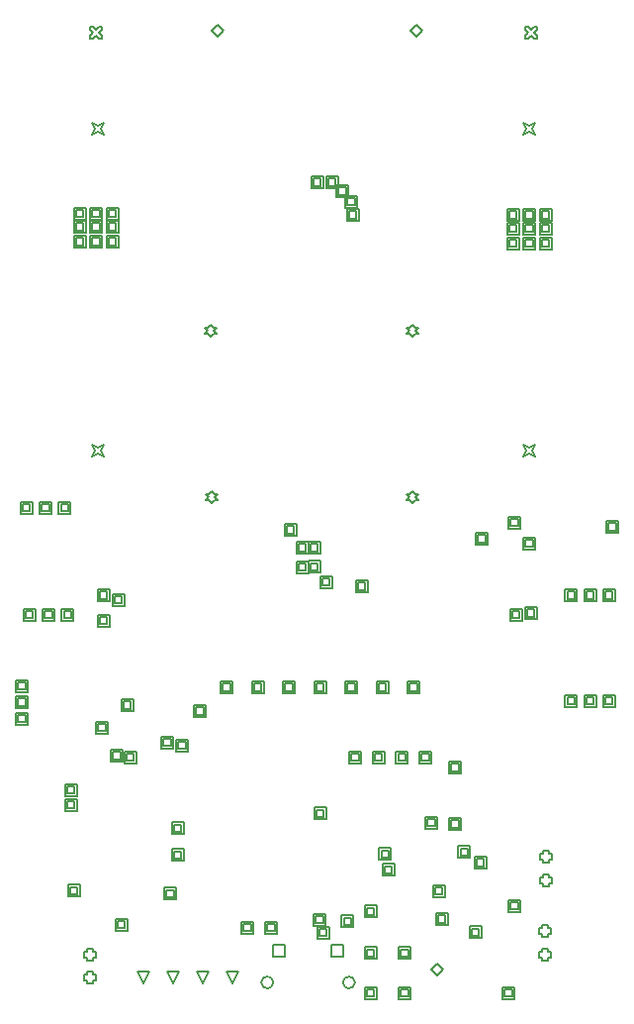
<source format=gbr>
G04*
G04 #@! TF.GenerationSoftware,Altium Limited,Altium Designer,24.6.1 (21)*
G04*
G04 Layer_Color=2752767*
%FSLAX25Y25*%
%MOIN*%
G70*
G04*
G04 #@! TF.SameCoordinates,3E969972-8C0A-4DBC-9D31-E8772DB7AAD8*
G04*
G04*
G04 #@! TF.FilePolarity,Positive*
G04*
G01*
G75*
%ADD65C,0.00500*%
%ADD66C,0.00667*%
D65*
X359343Y203161D02*
Y207161D01*
X363342D01*
Y203161D01*
X359343D01*
X339657Y203161D02*
Y207161D01*
X343657D01*
Y203161D01*
X339657D01*
X277000Y203000D02*
Y202000D01*
X279000D01*
Y203000D01*
X280000D01*
Y205000D01*
X279000D01*
Y206000D01*
X277000D01*
Y205000D01*
X276000D01*
Y203000D01*
X277000D01*
Y195126D02*
Y194126D01*
X279000D01*
Y195126D01*
X280000D01*
Y197126D01*
X279000D01*
Y198126D01*
X277000D01*
Y197126D01*
X276000D01*
Y195126D01*
X277000D01*
X316000Y194346D02*
X314000Y198346D01*
X318000D01*
X316000Y194346D01*
X326000D02*
X324000Y198346D01*
X328000D01*
X326000Y194346D01*
X306000D02*
X304000Y198346D01*
X308000D01*
X306000Y194346D01*
X296000D02*
X294000Y198346D01*
X298000D01*
X296000Y194346D01*
X393000Y198846D02*
X395000Y200847D01*
X397000Y198846D01*
X395000Y196846D01*
X393000Y198846D01*
X386000Y514847D02*
X388000Y516847D01*
X390000Y514847D01*
X388000Y512847D01*
X386000Y514847D01*
X319000D02*
X321000Y516847D01*
X323000Y514847D01*
X321000Y512847D01*
X319000Y514847D01*
X424500Y512347D02*
X425500D01*
X426500Y513346D01*
X427500Y512347D01*
X428500D01*
Y513346D01*
X427500Y514347D01*
X428500Y515346D01*
Y516347D01*
X427500D01*
X426500Y515346D01*
X425500Y516347D01*
X424500D01*
Y515346D01*
X425500Y514347D01*
X424500Y513346D01*
Y512347D01*
X278000D02*
X279000D01*
X280000Y513346D01*
X281000Y512347D01*
X282000D01*
Y513346D01*
X281000Y514347D01*
X282000Y515346D01*
Y516347D01*
X281000D01*
X280000Y515346D01*
X279000Y516347D01*
X278000D01*
Y515346D01*
X279000Y514347D01*
X278000Y513346D01*
Y512347D01*
X430354Y210784D02*
Y209784D01*
X432354D01*
Y210784D01*
X433354D01*
Y212784D01*
X432354D01*
Y213784D01*
X430354D01*
Y212784D01*
X429354D01*
Y210784D01*
X430354D01*
Y202909D02*
Y201909D01*
X432354D01*
Y202909D01*
X433354D01*
Y204909D01*
X432354D01*
Y205909D01*
X430354D01*
Y204909D01*
X429354D01*
Y202909D01*
X430354D01*
X430500Y235846D02*
Y234846D01*
X432500D01*
Y235846D01*
X433500D01*
Y237846D01*
X432500D01*
Y238846D01*
X430500D01*
Y237846D01*
X429500D01*
Y235846D01*
X430500D01*
Y227972D02*
Y226972D01*
X432500D01*
Y227972D01*
X433500D01*
Y229972D01*
X432500D01*
Y230972D01*
X430500D01*
Y229972D01*
X429500D01*
Y227972D01*
X430500D01*
X424011Y479812D02*
X425011Y481812D01*
X424011Y483812D01*
X426011Y482812D01*
X428011Y483812D01*
X427011Y481812D01*
X428011Y479812D01*
X426011Y480812D01*
X424011Y479812D01*
Y371544D02*
X425011Y373544D01*
X424011Y375544D01*
X426011Y374544D01*
X428011Y375544D01*
X427011Y373544D01*
X428011Y371544D01*
X426011Y372544D01*
X424011Y371544D01*
X278711Y479812D02*
X279711Y481812D01*
X278711Y483812D01*
X280711Y482812D01*
X282711Y483812D01*
X281711Y481812D01*
X282711Y479812D01*
X280711Y480812D01*
X278711Y479812D01*
X278711Y371544D02*
X279711Y373544D01*
X278711Y375544D01*
X280711Y374544D01*
X282711Y375544D01*
X281711Y373544D01*
X282711Y371544D01*
X280711Y372544D01*
X278711Y371544D01*
X386500Y355847D02*
X387500Y356846D01*
X388500D01*
X387500Y357846D01*
X388500Y358846D01*
X387500D01*
X386500Y359846D01*
X385500Y358846D01*
X384500D01*
X385500Y357846D01*
X384500Y356846D01*
X385500D01*
X386500Y355847D01*
X319000D02*
X320000Y356846D01*
X321000D01*
X320000Y357846D01*
X321000Y358846D01*
X320000D01*
X319000Y359846D01*
X318000Y358846D01*
X317000D01*
X318000Y357846D01*
X317000Y356846D01*
X318000D01*
X319000Y355847D01*
X386500Y411846D02*
X387500Y412847D01*
X388500D01*
X387500Y413846D01*
X388500Y414847D01*
X387500D01*
X386500Y415846D01*
X385500Y414847D01*
X384500D01*
X385500Y413846D01*
X384500Y412847D01*
X385500D01*
X386500Y411846D01*
X318500D02*
X319500Y412847D01*
X320500D01*
X319500Y413846D01*
X320500Y414847D01*
X319500D01*
X318500Y415846D01*
X317500Y414847D01*
X316500D01*
X317500Y413846D01*
X316500Y412847D01*
X317500D01*
X318500Y411846D01*
X382000Y202500D02*
Y206500D01*
X386000D01*
Y202500D01*
X382000D01*
X382800Y203300D02*
Y205700D01*
X385200D01*
Y203300D01*
X382800D01*
X370500Y216500D02*
Y220500D01*
X374500D01*
Y216500D01*
X370500D01*
X371300Y217300D02*
Y219700D01*
X373700D01*
Y217300D01*
X371300D01*
X362782Y213151D02*
Y217151D01*
X366782D01*
Y213151D01*
X362782D01*
X363582Y213951D02*
Y216351D01*
X365982D01*
Y213951D01*
X363582D01*
X353500Y249500D02*
Y253500D01*
X357500D01*
Y249500D01*
X353500D01*
X354300Y250300D02*
Y252700D01*
X356700D01*
Y250300D01*
X354300D01*
X353336Y213664D02*
Y217664D01*
X357336D01*
Y213664D01*
X353336D01*
X354136Y214464D02*
Y216864D01*
X356536D01*
Y214464D01*
X354136D01*
X354500Y209347D02*
Y213347D01*
X358500D01*
Y209347D01*
X354500D01*
X355300Y210146D02*
Y212546D01*
X357700D01*
Y210146D01*
X355300D01*
X303000Y222500D02*
Y226500D01*
X307000D01*
Y222500D01*
X303000D01*
X303800Y223300D02*
Y225700D01*
X306200D01*
Y223300D01*
X303800D01*
X375396Y235831D02*
Y239831D01*
X379396D01*
Y235831D01*
X375396D01*
X376196Y236631D02*
Y239031D01*
X378596D01*
Y236631D01*
X376196D01*
X370500Y202500D02*
Y206500D01*
X374500D01*
Y202500D01*
X370500D01*
X371300Y203300D02*
Y205700D01*
X373700D01*
Y203300D01*
X371300D01*
X376500Y230500D02*
Y234500D01*
X380500D01*
Y230500D01*
X376500D01*
X377300Y231300D02*
Y233700D01*
X379700D01*
Y231300D01*
X377300D01*
X382000Y189000D02*
Y193000D01*
X386000D01*
Y189000D01*
X382000D01*
X382800Y189800D02*
Y192200D01*
X385200D01*
Y189800D01*
X382800D01*
X370500Y189000D02*
Y193000D01*
X374500D01*
Y189000D01*
X370500D01*
X371300Y189800D02*
Y192200D01*
X373700D01*
Y189800D01*
X371300D01*
X270500Y223500D02*
Y227500D01*
X274500D01*
Y223500D01*
X270500D01*
X271300Y224300D02*
Y226700D01*
X273700D01*
Y224300D01*
X271300D01*
X286500Y212000D02*
Y216000D01*
X290500D01*
Y212000D01*
X286500D01*
X287300Y212800D02*
Y215200D01*
X289700D01*
Y212800D01*
X287300D01*
X305500Y235500D02*
Y239500D01*
X309500D01*
Y235500D01*
X305500D01*
X306300Y236300D02*
Y238700D01*
X308700D01*
Y236300D01*
X306300D01*
X305500Y244500D02*
Y248500D01*
X309500D01*
Y244500D01*
X305500D01*
X306300Y245300D02*
Y247700D01*
X308700D01*
Y245300D01*
X306300D01*
X337000Y211000D02*
Y215000D01*
X341000D01*
Y211000D01*
X337000D01*
X337800Y211800D02*
Y214200D01*
X340200D01*
Y211800D01*
X337800D01*
X329000Y211000D02*
Y215000D01*
X333000D01*
Y211000D01*
X329000D01*
X329800Y211800D02*
Y214200D01*
X332200D01*
Y211800D01*
X329800D01*
X417000Y189000D02*
Y193000D01*
X421000D01*
Y189000D01*
X417000D01*
X417800Y189800D02*
Y192200D01*
X420200D01*
Y189800D01*
X417800D01*
X405923Y209423D02*
Y213423D01*
X409923D01*
Y209423D01*
X405923D01*
X406723Y210223D02*
Y212623D01*
X409123D01*
Y210223D01*
X406723D01*
X285000Y268847D02*
Y272847D01*
X289000D01*
Y268847D01*
X285000D01*
X285800Y269647D02*
Y272046D01*
X288200D01*
Y269647D01*
X285800D01*
X394500Y213846D02*
Y217846D01*
X398500D01*
Y213846D01*
X394500D01*
X395300Y214647D02*
Y217046D01*
X397700D01*
Y214647D01*
X395300D01*
X393500Y223346D02*
Y227346D01*
X397500D01*
Y223346D01*
X393500D01*
X394300Y224147D02*
Y226547D01*
X396700D01*
Y224147D01*
X394300D01*
X280500Y322847D02*
Y326847D01*
X284500D01*
Y322847D01*
X280500D01*
X281300Y323646D02*
Y326046D01*
X283700D01*
Y323646D01*
X281300D01*
X424500Y316846D02*
Y320847D01*
X428500D01*
Y316846D01*
X424500D01*
X425300Y317647D02*
Y320046D01*
X427700D01*
Y317647D01*
X425300D01*
X280000Y278346D02*
Y282347D01*
X284000D01*
Y278346D01*
X280000D01*
X280800Y279147D02*
Y281546D01*
X283200D01*
Y279147D01*
X280800D01*
X385000Y291846D02*
Y295847D01*
X389000D01*
Y291846D01*
X385000D01*
X385800Y292647D02*
Y295046D01*
X388200D01*
Y292647D01*
X385800D01*
X374500Y291846D02*
Y295847D01*
X378500D01*
Y291846D01*
X374500D01*
X375300Y292647D02*
Y295046D01*
X377700D01*
Y292647D01*
X375300D01*
X364000Y291846D02*
Y295847D01*
X368000D01*
Y291846D01*
X364000D01*
X364800Y292647D02*
Y295046D01*
X367200D01*
Y292647D01*
X364800D01*
X353500Y291846D02*
Y295847D01*
X357500D01*
Y291846D01*
X353500D01*
X354300Y292647D02*
Y295046D01*
X356700D01*
Y292647D01*
X354300D01*
X343000Y291846D02*
Y295847D01*
X347000D01*
Y291846D01*
X343000D01*
X343800Y292647D02*
Y295046D01*
X346200D01*
Y292647D01*
X343800D01*
X332500Y291846D02*
Y295847D01*
X336500D01*
Y291846D01*
X332500D01*
X333300Y292647D02*
Y295046D01*
X335700D01*
Y292647D01*
X333300D01*
X322000Y291846D02*
Y295847D01*
X326000D01*
Y291846D01*
X322000D01*
X322800Y292647D02*
Y295046D01*
X325200D01*
Y292647D01*
X322800D01*
X419000Y218347D02*
Y222346D01*
X423000D01*
Y218347D01*
X419000D01*
X419800Y219146D02*
Y221547D01*
X422200D01*
Y219146D01*
X419800D01*
X407500Y232846D02*
Y236846D01*
X411500D01*
Y232846D01*
X407500D01*
X408300Y233646D02*
Y236047D01*
X410700D01*
Y233646D01*
X408300D01*
X402110Y236480D02*
Y240480D01*
X406110D01*
Y236480D01*
X402110D01*
X402910Y237280D02*
Y239680D01*
X405310D01*
Y237280D01*
X402910D01*
X269500Y252346D02*
Y256347D01*
X273500D01*
Y252346D01*
X269500D01*
X270300Y253147D02*
Y255546D01*
X272700D01*
Y253147D01*
X270300D01*
X269500Y257347D02*
Y261347D01*
X273500D01*
Y257347D01*
X269500D01*
X270300Y258147D02*
Y260546D01*
X272700D01*
Y258147D01*
X270300D01*
X253000Y292347D02*
Y296346D01*
X257000D01*
Y292347D01*
X253000D01*
X253800Y293146D02*
Y295547D01*
X256200D01*
Y293146D01*
X253800D01*
X253000Y286846D02*
Y290846D01*
X257000D01*
Y286846D01*
X253000D01*
X253800Y287647D02*
Y290047D01*
X256200D01*
Y287647D01*
X253800D01*
X253000Y281347D02*
Y285347D01*
X257000D01*
Y281347D01*
X253000D01*
X253800Y282147D02*
Y284546D01*
X256200D01*
Y282147D01*
X253800D01*
X364000Y455346D02*
Y459346D01*
X368000D01*
Y455346D01*
X364000D01*
X364800Y456146D02*
Y458546D01*
X367200D01*
Y456146D01*
X364800D01*
X364500Y450846D02*
Y454846D01*
X368500D01*
Y450846D01*
X364500D01*
X365300Y451647D02*
Y454046D01*
X367700D01*
Y451647D01*
X365300D01*
X361000Y458847D02*
Y462847D01*
X365000D01*
Y458847D01*
X361000D01*
X361800Y459647D02*
Y462046D01*
X364200D01*
Y459647D01*
X361800D01*
X357500Y461846D02*
Y465846D01*
X361500D01*
Y461846D01*
X357500D01*
X358300Y462646D02*
Y465047D01*
X360700D01*
Y462646D01*
X358300D01*
X352500Y461846D02*
Y465846D01*
X356500D01*
Y461846D01*
X352500D01*
X353300Y462646D02*
Y465047D01*
X355700D01*
Y462646D01*
X353300D01*
X418500Y450846D02*
Y454846D01*
X422500D01*
Y450846D01*
X418500D01*
X419300Y451647D02*
Y454046D01*
X421700D01*
Y451647D01*
X419300D01*
X424000Y450846D02*
Y454846D01*
X428000D01*
Y450846D01*
X424000D01*
X424800Y451647D02*
Y454046D01*
X427200D01*
Y451647D01*
X424800D01*
X429500Y450846D02*
Y454846D01*
X433500D01*
Y450846D01*
X429500D01*
X430300Y451647D02*
Y454046D01*
X432700D01*
Y451647D01*
X430300D01*
X429500Y446347D02*
Y450347D01*
X433500D01*
Y446347D01*
X429500D01*
X430300Y447147D02*
Y449546D01*
X432700D01*
Y447147D01*
X430300D01*
X424000Y446347D02*
Y450347D01*
X428000D01*
Y446347D01*
X424000D01*
X424800Y447147D02*
Y449546D01*
X427200D01*
Y447147D01*
X424800D01*
X418500Y446347D02*
Y450347D01*
X422500D01*
Y446347D01*
X418500D01*
X419300Y447147D02*
Y449546D01*
X421700D01*
Y447147D01*
X419300D01*
X418500Y441347D02*
Y445346D01*
X422500D01*
Y441347D01*
X418500D01*
X419300Y442146D02*
Y444547D01*
X421700D01*
Y442146D01*
X419300D01*
X424000Y441347D02*
Y445346D01*
X428000D01*
Y441347D01*
X424000D01*
X424800Y442146D02*
Y444547D01*
X427200D01*
Y442146D01*
X424800D01*
X429500Y441347D02*
Y445346D01*
X433500D01*
Y441347D01*
X429500D01*
X430300Y442146D02*
Y444547D01*
X432700D01*
Y442146D01*
X430300D01*
X283500Y441847D02*
Y445847D01*
X287500D01*
Y441847D01*
X283500D01*
X284300Y442647D02*
Y445047D01*
X286700D01*
Y442647D01*
X284300D01*
X278000Y441847D02*
Y445847D01*
X282000D01*
Y441847D01*
X278000D01*
X278800Y442647D02*
Y445047D01*
X281200D01*
Y442647D01*
X278800D01*
X272500Y441847D02*
Y445847D01*
X276500D01*
Y441847D01*
X272500D01*
X273300Y442647D02*
Y445047D01*
X275700D01*
Y442647D01*
X273300D01*
X272500Y446846D02*
Y450846D01*
X276500D01*
Y446846D01*
X272500D01*
X273300Y447647D02*
Y450046D01*
X275700D01*
Y447647D01*
X273300D01*
X278000Y446846D02*
Y450846D01*
X282000D01*
Y446846D01*
X278000D01*
X278800Y447647D02*
Y450046D01*
X281200D01*
Y447647D01*
X278800D01*
X283500Y446846D02*
Y450846D01*
X287500D01*
Y446846D01*
X283500D01*
X284300Y447647D02*
Y450046D01*
X286700D01*
Y447647D01*
X284300D01*
X283500Y451346D02*
Y455346D01*
X287500D01*
Y451346D01*
X283500D01*
X284300Y452146D02*
Y454546D01*
X286700D01*
Y452146D01*
X284300D01*
X278000Y451346D02*
Y455346D01*
X282000D01*
Y451346D01*
X278000D01*
X278800Y452146D02*
Y454546D01*
X281200D01*
Y452146D01*
X278800D01*
X272500Y451346D02*
Y455346D01*
X276500D01*
Y451346D01*
X272500D01*
X273300Y452146D02*
Y454546D01*
X275700D01*
Y452146D01*
X273300D01*
X408000Y341846D02*
Y345847D01*
X412000D01*
Y341846D01*
X408000D01*
X408800Y342647D02*
Y345046D01*
X411200D01*
Y342647D01*
X408800D01*
X367500Y325847D02*
Y329847D01*
X371500D01*
Y325847D01*
X367500D01*
X368300Y326646D02*
Y329047D01*
X370700D01*
Y326646D01*
X368300D01*
X419000Y347346D02*
Y351346D01*
X423000D01*
Y347346D01*
X419000D01*
X419800Y348147D02*
Y350547D01*
X422200D01*
Y348147D01*
X419800D01*
X355500Y327346D02*
Y331347D01*
X359500D01*
Y327346D01*
X355500D01*
X356300Y328147D02*
Y330546D01*
X358700D01*
Y328147D01*
X356300D01*
X343500Y344847D02*
Y348847D01*
X347500D01*
Y344847D01*
X343500D01*
X344300Y345647D02*
Y348046D01*
X346700D01*
Y345647D01*
X344300D01*
X288500Y285846D02*
Y289846D01*
X292500D01*
Y285846D01*
X288500D01*
X289300Y286647D02*
Y289047D01*
X291700D01*
Y286647D01*
X289300D01*
X280500Y314347D02*
Y318347D01*
X284500D01*
Y314347D01*
X280500D01*
X281300Y315146D02*
Y317547D01*
X283700D01*
Y315146D01*
X281300D01*
X452000Y345847D02*
Y349847D01*
X456000D01*
Y345847D01*
X452000D01*
X452800Y346646D02*
Y349046D01*
X455200D01*
Y346646D01*
X452800D01*
X424000Y340347D02*
Y344346D01*
X428000D01*
Y340347D01*
X424000D01*
X424800Y341146D02*
Y343547D01*
X427200D01*
Y341146D01*
X424800D01*
X347500Y332347D02*
Y336347D01*
X351500D01*
Y332347D01*
X347500D01*
X348300Y333147D02*
Y335546D01*
X350700D01*
Y333147D01*
X348300D01*
X351500Y332399D02*
Y336399D01*
X355500D01*
Y332399D01*
X351500D01*
X352300Y333199D02*
Y335599D01*
X354700D01*
Y333199D01*
X352300D01*
X351500Y338846D02*
Y342846D01*
X355500D01*
Y338846D01*
X351500D01*
X352300Y339647D02*
Y342046D01*
X354700D01*
Y339647D01*
X352300D01*
X347500Y338846D02*
Y342846D01*
X351500D01*
Y338846D01*
X347500D01*
X348300Y339647D02*
Y342046D01*
X350700D01*
Y339647D01*
X348300D01*
X438053Y287347D02*
Y291347D01*
X442053D01*
Y287347D01*
X438053D01*
X438853Y288146D02*
Y290546D01*
X441253D01*
Y288146D01*
X438853D01*
X444500Y287347D02*
Y291347D01*
X448500D01*
Y287347D01*
X444500D01*
X445300Y288146D02*
Y290546D01*
X447700D01*
Y288146D01*
X445300D01*
X450948Y287347D02*
Y291347D01*
X454948D01*
Y287347D01*
X450948D01*
X451748Y288146D02*
Y290546D01*
X454147D01*
Y288146D01*
X451748D01*
X438053Y322847D02*
Y326847D01*
X442053D01*
Y322847D01*
X438053D01*
X438853Y323646D02*
Y326046D01*
X441253D01*
Y323646D01*
X438853D01*
X444500Y322847D02*
Y326847D01*
X448500D01*
Y322847D01*
X444500D01*
X445300Y323646D02*
Y326046D01*
X447700D01*
Y323646D01*
X445300D01*
X450948Y322847D02*
Y326847D01*
X454948D01*
Y322847D01*
X450948D01*
X451748Y323646D02*
Y326046D01*
X454147D01*
Y323646D01*
X451748D01*
X254553Y352346D02*
Y356347D01*
X258553D01*
Y352346D01*
X254553D01*
X255352Y353147D02*
Y355546D01*
X257752D01*
Y353147D01*
X255352D01*
X261000Y352346D02*
Y356347D01*
X265000D01*
Y352346D01*
X261000D01*
X261800Y353147D02*
Y355546D01*
X264200D01*
Y353147D01*
X261800D01*
X267447Y352346D02*
Y356347D01*
X271447D01*
Y352346D01*
X267447D01*
X268248Y353147D02*
Y355546D01*
X270648D01*
Y353147D01*
X268248D01*
X268447Y316347D02*
Y320346D01*
X272447D01*
Y316347D01*
X268447D01*
X269248Y317146D02*
Y319547D01*
X271648D01*
Y317146D01*
X269248D01*
X262000Y316347D02*
Y320346D01*
X266000D01*
Y316347D01*
X262000D01*
X262800Y317146D02*
Y319547D01*
X265200D01*
Y317146D01*
X262800D01*
X255553Y316347D02*
Y320346D01*
X259553D01*
Y316347D01*
X255553D01*
X256352Y317146D02*
Y319547D01*
X258752D01*
Y317146D01*
X256352D01*
X389000Y268347D02*
Y272346D01*
X393000D01*
Y268347D01*
X389000D01*
X389800Y269146D02*
Y271547D01*
X392200D01*
Y269146D01*
X389800D01*
X381100Y268347D02*
Y272346D01*
X385100D01*
Y268347D01*
X381100D01*
X381900Y269146D02*
Y271547D01*
X384300D01*
Y269146D01*
X381900D01*
X373200Y268347D02*
Y272346D01*
X377200D01*
Y268347D01*
X373200D01*
X374000Y269146D02*
Y271547D01*
X376400D01*
Y269146D01*
X374000D01*
X365300Y268347D02*
Y272346D01*
X369300D01*
Y268347D01*
X365300D01*
X366100Y269146D02*
Y271547D01*
X368500D01*
Y269146D01*
X366100D01*
X419500Y316347D02*
Y320346D01*
X423500D01*
Y316347D01*
X419500D01*
X420300Y317146D02*
Y319547D01*
X422700D01*
Y317146D01*
X420300D01*
X285500Y321346D02*
Y325346D01*
X289500D01*
Y321346D01*
X285500D01*
X286300Y322147D02*
Y324547D01*
X288700D01*
Y322147D01*
X286300D01*
X289500Y268347D02*
Y272346D01*
X293500D01*
Y268347D01*
X289500D01*
X290300Y269146D02*
Y271547D01*
X292700D01*
Y269146D01*
X290300D01*
X313000Y283846D02*
Y287846D01*
X317000D01*
Y283846D01*
X313000D01*
X313800Y284647D02*
Y287047D01*
X316200D01*
Y284647D01*
X313800D01*
X302000Y273346D02*
Y277346D01*
X306000D01*
Y273346D01*
X302000D01*
X302800Y274147D02*
Y276547D01*
X305200D01*
Y274147D01*
X302800D01*
X307000Y272346D02*
Y276346D01*
X311000D01*
Y272346D01*
X307000D01*
X307800Y273147D02*
Y275547D01*
X310200D01*
Y273147D01*
X307800D01*
X399000Y264846D02*
Y268847D01*
X403000D01*
Y264846D01*
X399000D01*
X399800Y265647D02*
Y268046D01*
X402200D01*
Y265647D01*
X399800D01*
X399000Y245847D02*
Y249847D01*
X403000D01*
Y245847D01*
X399000D01*
X399800Y246646D02*
Y249046D01*
X402200D01*
Y246646D01*
X399800D01*
X391000Y246346D02*
Y250346D01*
X395000D01*
Y246346D01*
X391000D01*
X391800Y247147D02*
Y249547D01*
X394200D01*
Y247147D01*
X391800D01*
D66*
X367280Y194532D02*
G03*
X367280Y194532I-2000J0D01*
G01*
X339721D02*
G03*
X339721Y194532I-2000J0D01*
G01*
M02*

</source>
